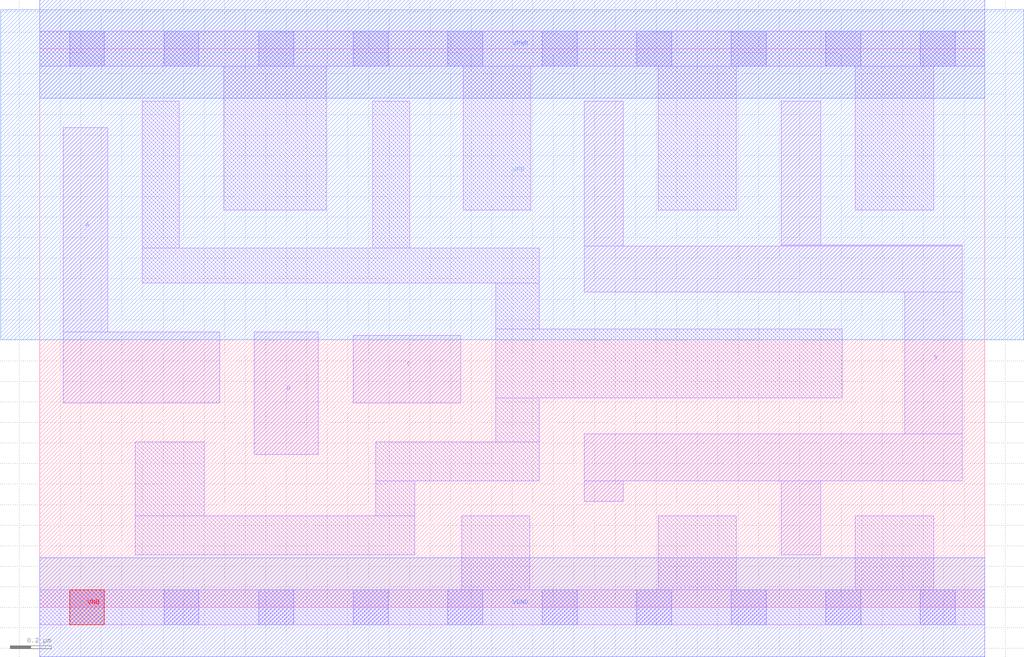
<source format=lef>
# Copyright 2020 The SkyWater PDK Authors
#
# Licensed under the Apache License, Version 2.0 (the "License");
# you may not use this file except in compliance with the License.
# You may obtain a copy of the License at
#
#     https://www.apache.org/licenses/LICENSE-2.0
#
# Unless required by applicable law or agreed to in writing, software
# distributed under the License is distributed on an "AS IS" BASIS,
# WITHOUT WARRANTIES OR CONDITIONS OF ANY KIND, either express or implied.
# See the License for the specific language governing permissions and
# limitations under the License.
#
# SPDX-License-Identifier: Apache-2.0

VERSION 5.7 ;
  NOWIREEXTENSIONATPIN ON ;
  DIVIDERCHAR "/" ;
  BUSBITCHARS "[]" ;
PROPERTYDEFINITIONS
  MACRO maskLayoutSubType STRING ;
  MACRO prCellType STRING ;
  MACRO originalViewName STRING ;
END PROPERTYDEFINITIONS
MACRO sky130_fd_sc_hdll__and3_4
  CLASS CORE ;
  FOREIGN sky130_fd_sc_hdll__and3_4 ;
  ORIGIN  0.000000  0.000000 ;
  SIZE  4.600000 BY  2.720000 ;
  SYMMETRY X Y R90 ;
  SITE unithd ;
  PIN A
    ANTENNAGATEAREA  0.277500 ;
    DIRECTION INPUT ;
    USE SIGNAL ;
    PORT
      LAYER li1 ;
        RECT 0.115000 0.995000 0.875000 1.340000 ;
        RECT 0.115000 1.340000 0.330000 2.335000 ;
    END
  END A
  PIN B
    ANTENNAGATEAREA  0.277500 ;
    DIRECTION INPUT ;
    USE SIGNAL ;
    PORT
      LAYER li1 ;
        RECT 1.045000 0.745000 1.355000 1.340000 ;
    END
  END B
  PIN C
    ANTENNAGATEAREA  0.277500 ;
    DIRECTION INPUT ;
    USE SIGNAL ;
    PORT
      LAYER li1 ;
        RECT 1.525000 0.995000 2.050000 1.325000 ;
    END
  END C
  PIN X
    ANTENNADIFFAREA  1.061500 ;
    DIRECTION OUTPUT ;
    USE SIGNAL ;
    PORT
      LAYER li1 ;
        RECT 2.650000 0.515000 2.840000 0.615000 ;
        RECT 2.650000 0.615000 4.490000 0.845000 ;
        RECT 2.650000 1.535000 4.490000 1.760000 ;
        RECT 2.650000 1.760000 2.840000 2.465000 ;
        RECT 3.610000 0.255000 3.800000 0.615000 ;
        RECT 3.610000 1.760000 4.490000 1.765000 ;
        RECT 3.610000 1.765000 3.800000 2.465000 ;
        RECT 4.210000 0.845000 4.490000 1.535000 ;
    END
  END X
  PIN VGND
    DIRECTION INOUT ;
    USE GROUND ;
    PORT
      LAYER met1 ;
        RECT 0.000000 -0.240000 4.600000 0.240000 ;
    END
  END VGND
  PIN VNB
    DIRECTION INOUT ;
    USE GROUND ;
    PORT
      LAYER pwell ;
        RECT 0.145000 -0.085000 0.315000 0.085000 ;
    END
  END VNB
  PIN VPB
    DIRECTION INOUT ;
    USE POWER ;
    PORT
      LAYER nwell ;
        RECT -0.190000 1.305000 4.790000 2.910000 ;
    END
  END VPB
  PIN VPWR
    DIRECTION INOUT ;
    USE POWER ;
    PORT
      LAYER met1 ;
        RECT 0.000000 2.480000 4.600000 2.960000 ;
    END
  END VPWR
  OBS
    LAYER li1 ;
      RECT 0.000000 -0.085000 4.600000 0.085000 ;
      RECT 0.000000  2.635000 4.600000 2.805000 ;
      RECT 0.465000  0.255000 1.825000 0.445000 ;
      RECT 0.465000  0.445000 0.800000 0.805000 ;
      RECT 0.500000  1.580000 2.430000 1.750000 ;
      RECT 0.500000  1.750000 0.680000 2.465000 ;
      RECT 0.895000  1.935000 1.395000 2.635000 ;
      RECT 1.620000  1.750000 1.800000 2.465000 ;
      RECT 1.635000  0.445000 1.825000 0.615000 ;
      RECT 1.635000  0.615000 2.430000 0.805000 ;
      RECT 2.055000  0.085000 2.385000 0.445000 ;
      RECT 2.060000  1.935000 2.390000 2.635000 ;
      RECT 2.220000  0.805000 2.430000 1.020000 ;
      RECT 2.220000  1.020000 3.905000 1.355000 ;
      RECT 2.220000  1.355000 2.430000 1.580000 ;
      RECT 3.010000  0.085000 3.390000 0.445000 ;
      RECT 3.010000  1.935000 3.390000 2.635000 ;
      RECT 3.970000  0.085000 4.350000 0.445000 ;
      RECT 3.970000  1.935000 4.350000 2.635000 ;
    LAYER mcon ;
      RECT 0.145000 -0.085000 0.315000 0.085000 ;
      RECT 0.145000  2.635000 0.315000 2.805000 ;
      RECT 0.605000 -0.085000 0.775000 0.085000 ;
      RECT 0.605000  2.635000 0.775000 2.805000 ;
      RECT 1.065000 -0.085000 1.235000 0.085000 ;
      RECT 1.065000  2.635000 1.235000 2.805000 ;
      RECT 1.525000 -0.085000 1.695000 0.085000 ;
      RECT 1.525000  2.635000 1.695000 2.805000 ;
      RECT 1.985000 -0.085000 2.155000 0.085000 ;
      RECT 1.985000  2.635000 2.155000 2.805000 ;
      RECT 2.445000 -0.085000 2.615000 0.085000 ;
      RECT 2.445000  2.635000 2.615000 2.805000 ;
      RECT 2.905000 -0.085000 3.075000 0.085000 ;
      RECT 2.905000  2.635000 3.075000 2.805000 ;
      RECT 3.365000 -0.085000 3.535000 0.085000 ;
      RECT 3.365000  2.635000 3.535000 2.805000 ;
      RECT 3.825000 -0.085000 3.995000 0.085000 ;
      RECT 3.825000  2.635000 3.995000 2.805000 ;
      RECT 4.285000 -0.085000 4.455000 0.085000 ;
      RECT 4.285000  2.635000 4.455000 2.805000 ;
  END
  PROPERTY maskLayoutSubType "abstract" ;
  PROPERTY prCellType "standard" ;
  PROPERTY originalViewName "layout" ;
END sky130_fd_sc_hdll__and3_4
END LIBRARY

</source>
